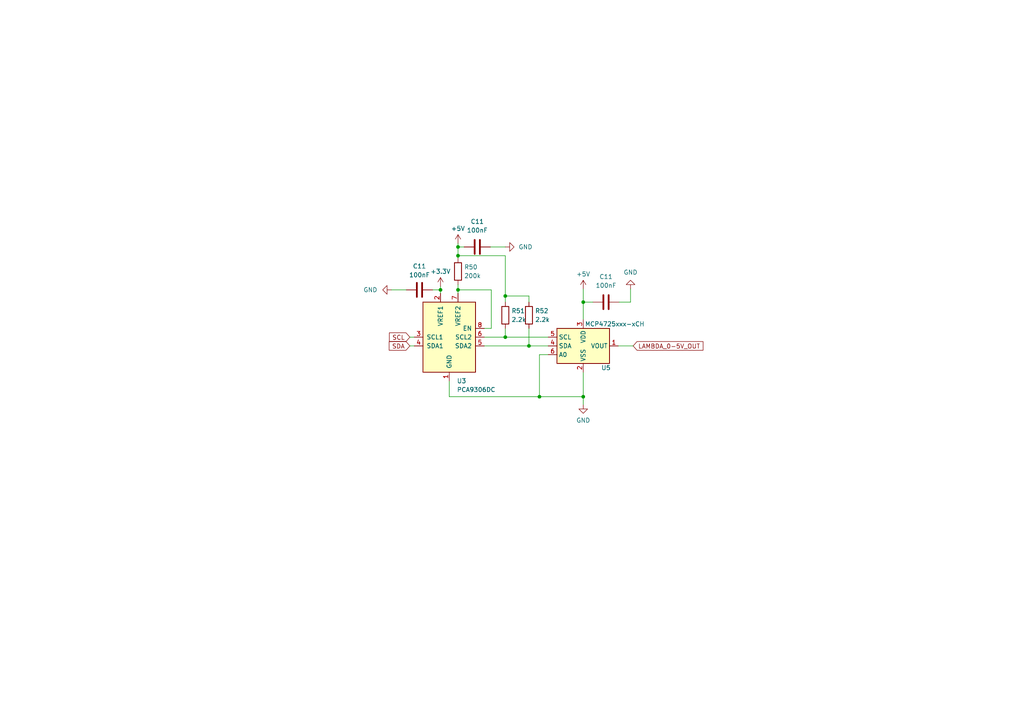
<source format=kicad_sch>
(kicad_sch (version 20230121) (generator eeschema)

  (uuid 3591bab3-a28d-4ea8-964b-5a69bca87f45)

  (paper "A4")

  (title_block
    (title "\"MicroKI\" - Digitale Zusatzanzeigen")
    (date "2023-12-09")
    (rev "P1.1")
    (company "Sascha Werblow aka. LitoWelt")
    (comment 1 "www.github.com/Xilent2010/MicroKI")
    (comment 2 "www.facebook.com/litowelt")
    (comment 3 "www.instagram.com/litowelt")
  )

  (lib_symbols
    (symbol "Analog_DAC:MCP4725xxx-xCH" (in_bom yes) (on_board yes)
      (property "Reference" "U" (at -6.35 6.35 0)
        (effects (font (size 1.27 1.27)))
      )
      (property "Value" "MCP4725xxx-xCH" (at 8.89 6.35 0)
        (effects (font (size 1.27 1.27)))
      )
      (property "Footprint" "Package_TO_SOT_SMD:SOT-23-6" (at 0 -6.35 0)
        (effects (font (size 1.27 1.27)) hide)
      )
      (property "Datasheet" "http://ww1.microchip.com/downloads/en/DeviceDoc/22039d.pdf" (at 0 0 0)
        (effects (font (size 1.27 1.27)) hide)
      )
      (property "ki_keywords" "dac twi" (at 0 0 0)
        (effects (font (size 1.27 1.27)) hide)
      )
      (property "ki_description" "12-bit Digital-to-Analog Converter, integrated EEPROM, I2C interface, SOT-23-6" (at 0 0 0)
        (effects (font (size 1.27 1.27)) hide)
      )
      (property "ki_fp_filters" "SOT?23*" (at 0 0 0)
        (effects (font (size 1.27 1.27)) hide)
      )
      (symbol "MCP4725xxx-xCH_0_1"
        (rectangle (start -7.62 5.08) (end 7.62 -5.08)
          (stroke (width 0.254) (type default))
          (fill (type background))
        )
      )
      (symbol "MCP4725xxx-xCH_1_1"
        (pin output line (at 10.16 0 180) (length 2.54)
          (name "VOUT" (effects (font (size 1.27 1.27))))
          (number "1" (effects (font (size 1.27 1.27))))
        )
        (pin power_in line (at 0 -7.62 90) (length 2.54)
          (name "VSS" (effects (font (size 1.27 1.27))))
          (number "2" (effects (font (size 1.27 1.27))))
        )
        (pin power_in line (at 0 7.62 270) (length 2.54)
          (name "VDD" (effects (font (size 1.27 1.27))))
          (number "3" (effects (font (size 1.27 1.27))))
        )
        (pin bidirectional line (at -10.16 0 0) (length 2.54)
          (name "SDA" (effects (font (size 1.27 1.27))))
          (number "4" (effects (font (size 1.27 1.27))))
        )
        (pin input line (at -10.16 2.54 0) (length 2.54)
          (name "SCL" (effects (font (size 1.27 1.27))))
          (number "5" (effects (font (size 1.27 1.27))))
        )
        (pin input line (at -10.16 -2.54 0) (length 2.54)
          (name "A0" (effects (font (size 1.27 1.27))))
          (number "6" (effects (font (size 1.27 1.27))))
        )
      )
    )
    (symbol "Device:C" (pin_numbers hide) (pin_names (offset 0.254)) (in_bom yes) (on_board yes)
      (property "Reference" "C" (at 0.635 2.54 0)
        (effects (font (size 1.27 1.27)) (justify left))
      )
      (property "Value" "C" (at 0.635 -2.54 0)
        (effects (font (size 1.27 1.27)) (justify left))
      )
      (property "Footprint" "" (at 0.9652 -3.81 0)
        (effects (font (size 1.27 1.27)) hide)
      )
      (property "Datasheet" "~" (at 0 0 0)
        (effects (font (size 1.27 1.27)) hide)
      )
      (property "ki_keywords" "cap capacitor" (at 0 0 0)
        (effects (font (size 1.27 1.27)) hide)
      )
      (property "ki_description" "Unpolarized capacitor" (at 0 0 0)
        (effects (font (size 1.27 1.27)) hide)
      )
      (property "ki_fp_filters" "C_*" (at 0 0 0)
        (effects (font (size 1.27 1.27)) hide)
      )
      (symbol "C_0_1"
        (polyline
          (pts
            (xy -2.032 -0.762)
            (xy 2.032 -0.762)
          )
          (stroke (width 0.508) (type default))
          (fill (type none))
        )
        (polyline
          (pts
            (xy -2.032 0.762)
            (xy 2.032 0.762)
          )
          (stroke (width 0.508) (type default))
          (fill (type none))
        )
      )
      (symbol "C_1_1"
        (pin passive line (at 0 3.81 270) (length 2.794)
          (name "~" (effects (font (size 1.27 1.27))))
          (number "1" (effects (font (size 1.27 1.27))))
        )
        (pin passive line (at 0 -3.81 90) (length 2.794)
          (name "~" (effects (font (size 1.27 1.27))))
          (number "2" (effects (font (size 1.27 1.27))))
        )
      )
    )
    (symbol "Device:R" (pin_numbers hide) (pin_names (offset 0)) (in_bom yes) (on_board yes)
      (property "Reference" "R" (at 2.032 0 90)
        (effects (font (size 1.27 1.27)))
      )
      (property "Value" "R" (at 0 0 90)
        (effects (font (size 1.27 1.27)))
      )
      (property "Footprint" "" (at -1.778 0 90)
        (effects (font (size 1.27 1.27)) hide)
      )
      (property "Datasheet" "~" (at 0 0 0)
        (effects (font (size 1.27 1.27)) hide)
      )
      (property "ki_keywords" "R res resistor" (at 0 0 0)
        (effects (font (size 1.27 1.27)) hide)
      )
      (property "ki_description" "Resistor" (at 0 0 0)
        (effects (font (size 1.27 1.27)) hide)
      )
      (property "ki_fp_filters" "R_*" (at 0 0 0)
        (effects (font (size 1.27 1.27)) hide)
      )
      (symbol "R_0_1"
        (rectangle (start -1.016 -2.54) (end 1.016 2.54)
          (stroke (width 0.254) (type default))
          (fill (type none))
        )
      )
      (symbol "R_1_1"
        (pin passive line (at 0 3.81 270) (length 1.27)
          (name "~" (effects (font (size 1.27 1.27))))
          (number "1" (effects (font (size 1.27 1.27))))
        )
        (pin passive line (at 0 -3.81 90) (length 1.27)
          (name "~" (effects (font (size 1.27 1.27))))
          (number "2" (effects (font (size 1.27 1.27))))
        )
      )
    )
    (symbol "Interface:PCA9306DC" (pin_names (offset 1.016)) (in_bom yes) (on_board yes)
      (property "Reference" "U" (at -7.62 11.43 0)
        (effects (font (size 1.27 1.27)) (justify left))
      )
      (property "Value" "PCA9306DC" (at 3.81 11.43 0)
        (effects (font (size 1.27 1.27)) (justify left))
      )
      (property "Footprint" "Package_SO:VSSOP-8_2.3x2mm_P0.5mm" (at 0 -11.43 0)
        (effects (font (size 1.27 1.27)) hide)
      )
      (property "Datasheet" "https://www.nxp.com/docs/en/data-sheet/PCA9306.pdf" (at -7.62 11.43 0)
        (effects (font (size 1.27 1.27)) hide)
      )
      (property "ki_keywords" "I2C SMBus" (at 0 0 0)
        (effects (font (size 1.27 1.27)) hide)
      )
      (property "ki_description" "Dual bidirectional I2C Bus and SMBus voltage level translator, VSSOP-8, Discontinued" (at 0 0 0)
        (effects (font (size 1.27 1.27)) hide)
      )
      (property "ki_fp_filters" "VSSOP*2.3x2mm*P0.5mm*" (at 0 0 0)
        (effects (font (size 1.27 1.27)) hide)
      )
      (symbol "PCA9306DC_0_1"
        (rectangle (start -7.62 10.16) (end 7.62 -10.16)
          (stroke (width 0.254) (type default))
          (fill (type background))
        )
      )
      (symbol "PCA9306DC_1_1"
        (pin power_in line (at 0 -12.7 90) (length 2.54)
          (name "GND" (effects (font (size 1.27 1.27))))
          (number "1" (effects (font (size 1.27 1.27))))
        )
        (pin power_in line (at -2.54 12.7 270) (length 2.54)
          (name "VREF1" (effects (font (size 1.27 1.27))))
          (number "2" (effects (font (size 1.27 1.27))))
        )
        (pin bidirectional line (at -10.16 0 0) (length 2.54)
          (name "SCL1" (effects (font (size 1.27 1.27))))
          (number "3" (effects (font (size 1.27 1.27))))
        )
        (pin bidirectional line (at -10.16 -2.54 0) (length 2.54)
          (name "SDA1" (effects (font (size 1.27 1.27))))
          (number "4" (effects (font (size 1.27 1.27))))
        )
        (pin bidirectional line (at 10.16 -2.54 180) (length 2.54)
          (name "SDA2" (effects (font (size 1.27 1.27))))
          (number "5" (effects (font (size 1.27 1.27))))
        )
        (pin bidirectional line (at 10.16 0 180) (length 2.54)
          (name "SCL2" (effects (font (size 1.27 1.27))))
          (number "6" (effects (font (size 1.27 1.27))))
        )
        (pin power_in line (at 2.54 12.7 270) (length 2.54)
          (name "VREF2" (effects (font (size 1.27 1.27))))
          (number "7" (effects (font (size 1.27 1.27))))
        )
        (pin input line (at 10.16 2.54 180) (length 2.54)
          (name "EN" (effects (font (size 1.27 1.27))))
          (number "8" (effects (font (size 1.27 1.27))))
        )
      )
    )
    (symbol "power:+3.3V" (power) (pin_names (offset 0)) (in_bom yes) (on_board yes)
      (property "Reference" "#PWR" (at 0 -3.81 0)
        (effects (font (size 1.27 1.27)) hide)
      )
      (property "Value" "+3.3V" (at 0 3.556 0)
        (effects (font (size 1.27 1.27)))
      )
      (property "Footprint" "" (at 0 0 0)
        (effects (font (size 1.27 1.27)) hide)
      )
      (property "Datasheet" "" (at 0 0 0)
        (effects (font (size 1.27 1.27)) hide)
      )
      (property "ki_keywords" "global power" (at 0 0 0)
        (effects (font (size 1.27 1.27)) hide)
      )
      (property "ki_description" "Power symbol creates a global label with name \"+3.3V\"" (at 0 0 0)
        (effects (font (size 1.27 1.27)) hide)
      )
      (symbol "+3.3V_0_1"
        (polyline
          (pts
            (xy -0.762 1.27)
            (xy 0 2.54)
          )
          (stroke (width 0) (type default))
          (fill (type none))
        )
        (polyline
          (pts
            (xy 0 0)
            (xy 0 2.54)
          )
          (stroke (width 0) (type default))
          (fill (type none))
        )
        (polyline
          (pts
            (xy 0 2.54)
            (xy 0.762 1.27)
          )
          (stroke (width 0) (type default))
          (fill (type none))
        )
      )
      (symbol "+3.3V_1_1"
        (pin power_in line (at 0 0 90) (length 0) hide
          (name "+3.3V" (effects (font (size 1.27 1.27))))
          (number "1" (effects (font (size 1.27 1.27))))
        )
      )
    )
    (symbol "power:+5V" (power) (pin_names (offset 0)) (in_bom yes) (on_board yes)
      (property "Reference" "#PWR" (at 0 -3.81 0)
        (effects (font (size 1.27 1.27)) hide)
      )
      (property "Value" "+5V" (at 0 3.556 0)
        (effects (font (size 1.27 1.27)))
      )
      (property "Footprint" "" (at 0 0 0)
        (effects (font (size 1.27 1.27)) hide)
      )
      (property "Datasheet" "" (at 0 0 0)
        (effects (font (size 1.27 1.27)) hide)
      )
      (property "ki_keywords" "global power" (at 0 0 0)
        (effects (font (size 1.27 1.27)) hide)
      )
      (property "ki_description" "Power symbol creates a global label with name \"+5V\"" (at 0 0 0)
        (effects (font (size 1.27 1.27)) hide)
      )
      (symbol "+5V_0_1"
        (polyline
          (pts
            (xy -0.762 1.27)
            (xy 0 2.54)
          )
          (stroke (width 0) (type default))
          (fill (type none))
        )
        (polyline
          (pts
            (xy 0 0)
            (xy 0 2.54)
          )
          (stroke (width 0) (type default))
          (fill (type none))
        )
        (polyline
          (pts
            (xy 0 2.54)
            (xy 0.762 1.27)
          )
          (stroke (width 0) (type default))
          (fill (type none))
        )
      )
      (symbol "+5V_1_1"
        (pin power_in line (at 0 0 90) (length 0) hide
          (name "+5V" (effects (font (size 1.27 1.27))))
          (number "1" (effects (font (size 1.27 1.27))))
        )
      )
    )
    (symbol "power:GND" (power) (pin_names (offset 0)) (in_bom yes) (on_board yes)
      (property "Reference" "#PWR" (at 0 -6.35 0)
        (effects (font (size 1.27 1.27)) hide)
      )
      (property "Value" "GND" (at 0 -3.81 0)
        (effects (font (size 1.27 1.27)))
      )
      (property "Footprint" "" (at 0 0 0)
        (effects (font (size 1.27 1.27)) hide)
      )
      (property "Datasheet" "" (at 0 0 0)
        (effects (font (size 1.27 1.27)) hide)
      )
      (property "ki_keywords" "global power" (at 0 0 0)
        (effects (font (size 1.27 1.27)) hide)
      )
      (property "ki_description" "Power symbol creates a global label with name \"GND\" , ground" (at 0 0 0)
        (effects (font (size 1.27 1.27)) hide)
      )
      (symbol "GND_0_1"
        (polyline
          (pts
            (xy 0 0)
            (xy 0 -1.27)
            (xy 1.27 -1.27)
            (xy 0 -2.54)
            (xy -1.27 -1.27)
            (xy 0 -1.27)
          )
          (stroke (width 0) (type default))
          (fill (type none))
        )
      )
      (symbol "GND_1_1"
        (pin power_in line (at 0 0 270) (length 0) hide
          (name "GND" (effects (font (size 1.27 1.27))))
          (number "1" (effects (font (size 1.27 1.27))))
        )
      )
    )
  )

  (junction (at 132.842 71.628) (diameter 0) (color 0 0 0 0)
    (uuid 2aa00f78-0e10-43d0-a9a1-888ddd7c66b7)
  )
  (junction (at 146.558 85.852) (diameter 0) (color 0 0 0 0)
    (uuid 3f739d82-2036-457f-9f2c-8b37a784dfb4)
  )
  (junction (at 132.842 74.168) (diameter 0) (color 0 0 0 0)
    (uuid 500e34e5-e24d-4ac0-860f-496db706540b)
  )
  (junction (at 132.842 84.074) (diameter 0) (color 0 0 0 0)
    (uuid 61ee1492-bb63-4bb1-815b-c07270cca892)
  )
  (junction (at 127.762 84.074) (diameter 0) (color 0 0 0 0)
    (uuid 85f1d9f5-bd3a-485e-bfdb-5368723af40f)
  )
  (junction (at 156.464 115.062) (diameter 0) (color 0 0 0 0)
    (uuid a0b399ed-ff7e-4991-a0f8-209a8d71eff0)
  )
  (junction (at 169.164 87.63) (diameter 0) (color 0 0 0 0)
    (uuid bc6b46ee-ae25-4492-9040-5a162b9d8ab7)
  )
  (junction (at 169.164 115.062) (diameter 0) (color 0 0 0 0)
    (uuid dffa68a9-cda7-498e-b136-3bc6f245bedd)
  )
  (junction (at 146.558 97.79) (diameter 0) (color 0 0 0 0)
    (uuid f51afcd6-fef4-4636-940c-e3dae32d838f)
  )
  (junction (at 153.416 100.33) (diameter 0) (color 0 0 0 0)
    (uuid ffcfb294-c0e1-4fbb-a9e8-acb8fdadaba7)
  )

  (wire (pts (xy 118.872 100.33) (xy 120.142 100.33))
    (stroke (width 0) (type default))
    (uuid 02cce714-eef5-4324-80bb-6b53e7f8a44a)
  )
  (wire (pts (xy 146.558 97.79) (xy 159.004 97.79))
    (stroke (width 0) (type default))
    (uuid 0940d5a1-a034-4b1c-a684-c763ff89a734)
  )
  (wire (pts (xy 132.842 74.168) (xy 132.842 74.93))
    (stroke (width 0) (type default))
    (uuid 0de72304-d31e-465d-8c5a-f0d53e3e6d55)
  )
  (wire (pts (xy 179.578 87.63) (xy 182.88 87.63))
    (stroke (width 0) (type default))
    (uuid 1e2fe1aa-20bf-438d-afe3-d922abe79233)
  )
  (wire (pts (xy 142.494 95.25) (xy 140.462 95.25))
    (stroke (width 0) (type default))
    (uuid 4d8a524f-bde0-4488-abaf-780c5cea84d9)
  )
  (wire (pts (xy 146.558 74.168) (xy 132.842 74.168))
    (stroke (width 0) (type default))
    (uuid 4ea1f61d-db63-4bee-af63-5b101ccbce1c)
  )
  (wire (pts (xy 153.416 85.852) (xy 146.558 85.852))
    (stroke (width 0) (type default))
    (uuid 55b8e160-1903-49d3-a76a-078873a83705)
  )
  (wire (pts (xy 159.004 102.87) (xy 156.464 102.87))
    (stroke (width 0) (type default))
    (uuid 56ab0203-11e9-4105-8eea-735f638ed620)
  )
  (wire (pts (xy 132.842 84.074) (xy 132.842 85.09))
    (stroke (width 0) (type default))
    (uuid 57a32071-d6e8-49af-a4bc-c93cd01bfd5b)
  )
  (wire (pts (xy 169.164 115.062) (xy 169.164 117.348))
    (stroke (width 0) (type default))
    (uuid 58c7f54d-b47d-4d05-bbad-95e203a3c6eb)
  )
  (wire (pts (xy 132.842 71.628) (xy 132.842 74.168))
    (stroke (width 0) (type default))
    (uuid 59a0babe-ca54-4516-83b9-93f6848bb630)
  )
  (wire (pts (xy 117.856 84.074) (xy 113.538 84.074))
    (stroke (width 0) (type default))
    (uuid 5c204b89-04a2-46b1-b705-4af7a853adad)
  )
  (wire (pts (xy 156.464 102.87) (xy 156.464 115.062))
    (stroke (width 0) (type default))
    (uuid 5d54fb4b-b4a7-4fdd-878e-d8aebba22fb1)
  )
  (wire (pts (xy 132.842 70.612) (xy 132.842 71.628))
    (stroke (width 0) (type default))
    (uuid 63941d8b-eee0-4bfe-b6b0-83e167754065)
  )
  (wire (pts (xy 156.464 115.062) (xy 169.164 115.062))
    (stroke (width 0) (type default))
    (uuid 66af49ab-3692-4410-bba3-7a38cc3edda5)
  )
  (wire (pts (xy 130.302 110.49) (xy 130.302 115.062))
    (stroke (width 0) (type default))
    (uuid 685f2d7e-9ebf-4b0e-91d4-41a21797d414)
  )
  (wire (pts (xy 125.476 84.074) (xy 127.762 84.074))
    (stroke (width 0) (type default))
    (uuid 7a0ca61c-2fbc-45ac-9a76-5513b31d1e30)
  )
  (wire (pts (xy 130.302 115.062) (xy 156.464 115.062))
    (stroke (width 0) (type default))
    (uuid 7f4481af-49d7-4708-8844-8804ac8d4cff)
  )
  (wire (pts (xy 146.558 85.852) (xy 146.558 74.168))
    (stroke (width 0) (type default))
    (uuid 8717d54e-9adf-4e27-a6eb-7875c417dbdf)
  )
  (wire (pts (xy 140.462 97.79) (xy 146.558 97.79))
    (stroke (width 0) (type default))
    (uuid 883bd822-d855-46fb-823c-c092c9a79524)
  )
  (wire (pts (xy 142.24 71.628) (xy 146.558 71.628))
    (stroke (width 0) (type default))
    (uuid 9412a04c-e5f2-4230-8d37-f2bd4a42545b)
  )
  (wire (pts (xy 153.416 100.33) (xy 159.004 100.33))
    (stroke (width 0) (type default))
    (uuid 975e3953-a87b-46b4-ae9c-bb5d80e2a127)
  )
  (wire (pts (xy 146.558 95.25) (xy 146.558 97.79))
    (stroke (width 0) (type default))
    (uuid 988b8e25-8ee3-4269-b9e7-11ce7c151851)
  )
  (wire (pts (xy 140.462 100.33) (xy 153.416 100.33))
    (stroke (width 0) (type default))
    (uuid 9d89dd13-8c75-41bb-b622-1993fb261616)
  )
  (wire (pts (xy 169.164 107.95) (xy 169.164 115.062))
    (stroke (width 0) (type default))
    (uuid a0c2a435-8a4a-4eb4-8383-a9a47c75dd07)
  )
  (wire (pts (xy 153.416 95.25) (xy 153.416 100.33))
    (stroke (width 0) (type default))
    (uuid a4a277d1-8752-43e8-b158-e4da9630c134)
  )
  (wire (pts (xy 132.842 84.074) (xy 142.494 84.074))
    (stroke (width 0) (type default))
    (uuid b3bad0ff-a3c4-4256-9dc7-7a63da517a93)
  )
  (wire (pts (xy 171.958 87.63) (xy 169.164 87.63))
    (stroke (width 0) (type default))
    (uuid b81e2ad9-5a9b-4a96-8b4b-cf2409e23f13)
  )
  (wire (pts (xy 169.164 83.82) (xy 169.164 87.63))
    (stroke (width 0) (type default))
    (uuid c05588a2-f836-4058-a4a1-e12c44d5dd75)
  )
  (wire (pts (xy 153.416 87.63) (xy 153.416 85.852))
    (stroke (width 0) (type default))
    (uuid ccfc878e-c85d-4954-b871-ab461e4c232a)
  )
  (wire (pts (xy 132.842 71.628) (xy 134.62 71.628))
    (stroke (width 0) (type default))
    (uuid e4c410ff-0af5-43b3-887f-09480ca9d088)
  )
  (wire (pts (xy 127.762 84.074) (xy 127.762 85.09))
    (stroke (width 0) (type default))
    (uuid e94f6bcc-000e-40ed-b4ec-34cd7ec61b8b)
  )
  (wire (pts (xy 146.558 85.852) (xy 146.558 87.63))
    (stroke (width 0) (type default))
    (uuid e9ab4216-5135-400f-a077-6a3fee372a40)
  )
  (wire (pts (xy 118.872 97.79) (xy 120.142 97.79))
    (stroke (width 0) (type default))
    (uuid ea887319-d629-4db3-a5f1-7dc2dd21c95d)
  )
  (wire (pts (xy 132.842 82.55) (xy 132.842 84.074))
    (stroke (width 0) (type default))
    (uuid eb932019-e800-4d50-a95e-df56d2f788d5)
  )
  (wire (pts (xy 127.762 83.058) (xy 127.762 84.074))
    (stroke (width 0) (type default))
    (uuid efec771a-a881-4f67-b0f9-1ee1f41e6047)
  )
  (wire (pts (xy 179.324 100.33) (xy 183.642 100.33))
    (stroke (width 0) (type default))
    (uuid f528ef7a-dcc0-47c3-a5f2-47eddf19a150)
  )
  (wire (pts (xy 142.494 84.074) (xy 142.494 95.25))
    (stroke (width 0) (type default))
    (uuid f7d45214-a7f2-4981-8c80-1d80a34319e7)
  )
  (wire (pts (xy 169.164 87.63) (xy 169.164 92.71))
    (stroke (width 0) (type default))
    (uuid f85d165f-1bed-407f-9cbd-52240a51aae8)
  )
  (wire (pts (xy 182.88 83.82) (xy 182.88 87.63))
    (stroke (width 0) (type default))
    (uuid f9a8a1de-1f74-4855-baf1-4bc7ce6ed8f7)
  )

  (global_label "SDA" (shape input) (at 118.872 100.33 180) (fields_autoplaced)
    (effects (font (size 1.27 1.27)) (justify right))
    (uuid 235cc323-fecf-4d29-97de-5386081780ec)
    (property "Intersheetrefs" "${INTERSHEET_REFS}" (at 112.3187 100.33 0)
      (effects (font (size 1.27 1.27)) (justify right) hide)
    )
  )
  (global_label "LAMBDA_0-5V_OUT" (shape input) (at 183.642 100.33 0) (fields_autoplaced)
    (effects (font (size 1.27 1.27)) (justify left))
    (uuid 689837cd-ac1e-4ab0-b06f-ea4bff8e0376)
    (property "Intersheetrefs" "${INTERSHEET_REFS}" (at 204.4677 100.33 0)
      (effects (font (size 1.27 1.27)) (justify left) hide)
    )
  )
  (global_label "SCL" (shape input) (at 118.872 97.79 180) (fields_autoplaced)
    (effects (font (size 1.27 1.27)) (justify right))
    (uuid bd913df6-835b-4514-ad8a-40b8070acddb)
    (property "Intersheetrefs" "${INTERSHEET_REFS}" (at 112.3792 97.79 0)
      (effects (font (size 1.27 1.27)) (justify right) hide)
    )
  )

  (symbol (lib_id "Analog_DAC:MCP4725xxx-xCH") (at 169.164 100.33 0) (unit 1)
    (in_bom yes) (on_board yes) (dnp no)
    (uuid 0058ff80-d1a4-41be-983e-24a04a03a29d)
    (property "Reference" "U5" (at 175.768 106.68 0)
      (effects (font (size 1.27 1.27)))
    )
    (property "Value" "MCP4725xxx-xCH" (at 178.308 93.98 0)
      (effects (font (size 1.27 1.27)))
    )
    (property "Footprint" "Package_TO_SOT_SMD:SOT-23-6" (at 169.164 106.68 0)
      (effects (font (size 1.27 1.27)) hide)
    )
    (property "Datasheet" "http://ww1.microchip.com/downloads/en/DeviceDoc/22039d.pdf" (at 169.164 100.33 0)
      (effects (font (size 1.27 1.27)) hide)
    )
    (pin "1" (uuid 93c74216-879a-4ec6-bf91-835510c2a794))
    (pin "2" (uuid 02638558-c4ed-4c15-abc0-ad25043eb96f))
    (pin "3" (uuid 6f2598ff-d46d-4636-bcca-6a24514e2d54))
    (pin "4" (uuid ed116d88-d0b2-43f2-8d4d-fa4122ffcd8b))
    (pin "5" (uuid e845e259-e552-44f3-8bae-4897457a6521))
    (pin "6" (uuid a4bd328f-c35c-4ba4-a04c-2a3aab10266d))
    (instances
      (project "MicroKI"
        (path "/b52cb6cc-e548-4f7b-a39a-793f2389ec7d/721332b3-5f70-4f07-9cfe-26be81ad5f6f"
          (reference "U5") (unit 1)
        )
      )
    )
  )

  (symbol (lib_id "Device:R") (at 153.416 91.44 0) (unit 1)
    (in_bom yes) (on_board yes) (dnp no) (fields_autoplaced)
    (uuid 15946ba6-fbf5-445d-b852-562a9daebf9f)
    (property "Reference" "R52" (at 155.194 90.17 0)
      (effects (font (size 1.27 1.27)) (justify left))
    )
    (property "Value" "2.2k" (at 155.194 92.71 0)
      (effects (font (size 1.27 1.27)) (justify left))
    )
    (property "Footprint" "Resistor_SMD:R_0805_2012Metric" (at 151.638 91.44 90)
      (effects (font (size 1.27 1.27)) hide)
    )
    (property "Datasheet" "~" (at 153.416 91.44 0)
      (effects (font (size 1.27 1.27)) hide)
    )
    (pin "1" (uuid d0539ceb-5f8a-415b-adb2-4161febe0acc))
    (pin "2" (uuid 30178b10-6316-4524-a52d-ce6d1ac75308))
    (instances
      (project "MicroKI"
        (path "/b52cb6cc-e548-4f7b-a39a-793f2389ec7d/721332b3-5f70-4f07-9cfe-26be81ad5f6f"
          (reference "R52") (unit 1)
        )
      )
    )
  )

  (symbol (lib_id "power:+3.3V") (at 127.762 83.058 0) (unit 1)
    (in_bom yes) (on_board yes) (dnp no) (fields_autoplaced)
    (uuid 1f19633a-95dc-460b-aeb9-fac6a50a345b)
    (property "Reference" "#PWR045" (at 127.762 86.868 0)
      (effects (font (size 1.27 1.27)) hide)
    )
    (property "Value" "+3.3V" (at 127.762 78.74 0)
      (effects (font (size 1.27 1.27)))
    )
    (property "Footprint" "" (at 127.762 83.058 0)
      (effects (font (size 1.27 1.27)) hide)
    )
    (property "Datasheet" "" (at 127.762 83.058 0)
      (effects (font (size 1.27 1.27)) hide)
    )
    (pin "1" (uuid 08bad626-c5ff-47c0-9c3c-67c66fd51d9f))
    (instances
      (project "MicroKI"
        (path "/b52cb6cc-e548-4f7b-a39a-793f2389ec7d/721332b3-5f70-4f07-9cfe-26be81ad5f6f"
          (reference "#PWR045") (unit 1)
        )
      )
    )
  )

  (symbol (lib_id "power:+5V") (at 132.842 70.612 0) (unit 1)
    (in_bom yes) (on_board yes) (dnp no) (fields_autoplaced)
    (uuid 2865752f-ec2c-475e-8fbb-06068996840d)
    (property "Reference" "#PWR046" (at 132.842 74.422 0)
      (effects (font (size 1.27 1.27)) hide)
    )
    (property "Value" "+5V" (at 132.842 66.294 0)
      (effects (font (size 1.27 1.27)))
    )
    (property "Footprint" "" (at 132.842 70.612 0)
      (effects (font (size 1.27 1.27)) hide)
    )
    (property "Datasheet" "" (at 132.842 70.612 0)
      (effects (font (size 1.27 1.27)) hide)
    )
    (pin "1" (uuid 26faace6-b656-42ca-a714-b88fb1d43bcd))
    (instances
      (project "MicroKI"
        (path "/b52cb6cc-e548-4f7b-a39a-793f2389ec7d/721332b3-5f70-4f07-9cfe-26be81ad5f6f"
          (reference "#PWR046") (unit 1)
        )
      )
    )
  )

  (symbol (lib_id "Device:C") (at 175.768 87.63 90) (unit 1)
    (in_bom yes) (on_board yes) (dnp no) (fields_autoplaced)
    (uuid 2bd69291-7b4d-481e-bf19-95f9880e8d03)
    (property "Reference" "C11" (at 175.768 80.264 90)
      (effects (font (size 1.27 1.27)))
    )
    (property "Value" "100nF" (at 175.768 82.804 90)
      (effects (font (size 1.27 1.27)))
    )
    (property "Footprint" "Capacitor_SMD:C_0805_2012Metric" (at 179.578 86.6648 0)
      (effects (font (size 1.27 1.27)) hide)
    )
    (property "Datasheet" "~" (at 175.768 87.63 0)
      (effects (font (size 1.27 1.27)) hide)
    )
    (property "Manufacturer_Name" "KEMET" (at 175.768 87.63 0)
      (effects (font (size 1.27 1.27)) hide)
    )
    (property "Manufacturer_Part_Number" "C0805C104M5RAC7025" (at 175.768 87.63 0)
      (effects (font (size 1.27 1.27)) hide)
    )
    (property "Mouser Part Number" "80-C0805C104M5RACTM" (at 175.768 87.63 0)
      (effects (font (size 1.27 1.27)) hide)
    )
    (pin "1" (uuid 0b76af4d-79c7-462e-b0e5-962f9a77d900))
    (pin "2" (uuid 1fb8de69-41fb-4068-a218-fb54a8b37896))
    (instances
      (project "MicroKI"
        (path "/b52cb6cc-e548-4f7b-a39a-793f2389ec7d"
          (reference "C11") (unit 1)
        )
        (path "/b52cb6cc-e548-4f7b-a39a-793f2389ec7d/03c71e73-8986-4a16-b1e4-dd9d791fad49"
          (reference "C2") (unit 1)
        )
        (path "/b52cb6cc-e548-4f7b-a39a-793f2389ec7d/721332b3-5f70-4f07-9cfe-26be81ad5f6f"
          (reference "C29") (unit 1)
        )
      )
    )
  )

  (symbol (lib_id "power:GND") (at 146.558 71.628 90) (unit 1)
    (in_bom yes) (on_board yes) (dnp no) (fields_autoplaced)
    (uuid 36a64cae-61c4-4bb9-90d4-7bb154171f4d)
    (property "Reference" "#PWR047" (at 152.908 71.628 0)
      (effects (font (size 1.27 1.27)) hide)
    )
    (property "Value" "GND" (at 150.368 71.628 90)
      (effects (font (size 1.27 1.27)) (justify right))
    )
    (property "Footprint" "" (at 146.558 71.628 0)
      (effects (font (size 1.27 1.27)) hide)
    )
    (property "Datasheet" "" (at 146.558 71.628 0)
      (effects (font (size 1.27 1.27)) hide)
    )
    (pin "1" (uuid 3bd1cdd4-c73a-4de5-b4e1-9e5771e61525))
    (instances
      (project "MicroKI"
        (path "/b52cb6cc-e548-4f7b-a39a-793f2389ec7d/721332b3-5f70-4f07-9cfe-26be81ad5f6f"
          (reference "#PWR047") (unit 1)
        )
      )
    )
  )

  (symbol (lib_id "Device:C") (at 121.666 84.074 270) (unit 1)
    (in_bom yes) (on_board yes) (dnp no) (fields_autoplaced)
    (uuid 49a7bbfd-8d53-43c9-8b6d-852002cfc9c1)
    (property "Reference" "C11" (at 121.666 77.216 90)
      (effects (font (size 1.27 1.27)))
    )
    (property "Value" "100nF" (at 121.666 79.756 90)
      (effects (font (size 1.27 1.27)))
    )
    (property "Footprint" "Capacitor_SMD:C_0805_2012Metric" (at 117.856 85.0392 0)
      (effects (font (size 1.27 1.27)) hide)
    )
    (property "Datasheet" "~" (at 121.666 84.074 0)
      (effects (font (size 1.27 1.27)) hide)
    )
    (property "Manufacturer_Name" "KEMET" (at 121.666 84.074 0)
      (effects (font (size 1.27 1.27)) hide)
    )
    (property "Manufacturer_Part_Number" "C0805C104M5RAC7025" (at 121.666 84.074 0)
      (effects (font (size 1.27 1.27)) hide)
    )
    (property "Mouser Part Number" "80-C0805C104M5RACTM" (at 121.666 84.074 0)
      (effects (font (size 1.27 1.27)) hide)
    )
    (pin "1" (uuid db983d27-f0bc-4677-8a1d-fd0ba319a229))
    (pin "2" (uuid 0f83a906-6744-4ca7-b0aa-cf546cbe8ab7))
    (instances
      (project "MicroKI"
        (path "/b52cb6cc-e548-4f7b-a39a-793f2389ec7d"
          (reference "C11") (unit 1)
        )
        (path "/b52cb6cc-e548-4f7b-a39a-793f2389ec7d/03c71e73-8986-4a16-b1e4-dd9d791fad49"
          (reference "C2") (unit 1)
        )
        (path "/b52cb6cc-e548-4f7b-a39a-793f2389ec7d/721332b3-5f70-4f07-9cfe-26be81ad5f6f"
          (reference "C27") (unit 1)
        )
      )
    )
  )

  (symbol (lib_id "power:GND") (at 113.538 84.074 270) (unit 1)
    (in_bom yes) (on_board yes) (dnp no) (fields_autoplaced)
    (uuid 550a4e74-ed3c-4df7-acf2-3cb52d004aeb)
    (property "Reference" "#PWR044" (at 107.188 84.074 0)
      (effects (font (size 1.27 1.27)) hide)
    )
    (property "Value" "GND" (at 109.474 84.074 90)
      (effects (font (size 1.27 1.27)) (justify right))
    )
    (property "Footprint" "" (at 113.538 84.074 0)
      (effects (font (size 1.27 1.27)) hide)
    )
    (property "Datasheet" "" (at 113.538 84.074 0)
      (effects (font (size 1.27 1.27)) hide)
    )
    (pin "1" (uuid 6c0c1436-965f-4aa7-918e-bf87abfd86d9))
    (instances
      (project "MicroKI"
        (path "/b52cb6cc-e548-4f7b-a39a-793f2389ec7d/721332b3-5f70-4f07-9cfe-26be81ad5f6f"
          (reference "#PWR044") (unit 1)
        )
      )
    )
  )

  (symbol (lib_id "Device:R") (at 146.558 91.44 0) (unit 1)
    (in_bom yes) (on_board yes) (dnp no) (fields_autoplaced)
    (uuid 61e8d67d-4049-424e-be8b-686733d73a56)
    (property "Reference" "R51" (at 148.336 90.17 0)
      (effects (font (size 1.27 1.27)) (justify left))
    )
    (property "Value" "2.2k" (at 148.336 92.71 0)
      (effects (font (size 1.27 1.27)) (justify left))
    )
    (property "Footprint" "Resistor_SMD:R_0805_2012Metric" (at 144.78 91.44 90)
      (effects (font (size 1.27 1.27)) hide)
    )
    (property "Datasheet" "~" (at 146.558 91.44 0)
      (effects (font (size 1.27 1.27)) hide)
    )
    (pin "1" (uuid c1e3bb2f-97e2-4bfa-8b8e-07b83a46b1d3))
    (pin "2" (uuid afababa0-d8ee-4a0d-8979-5627f0e1ef32))
    (instances
      (project "MicroKI"
        (path "/b52cb6cc-e548-4f7b-a39a-793f2389ec7d/721332b3-5f70-4f07-9cfe-26be81ad5f6f"
          (reference "R51") (unit 1)
        )
      )
    )
  )

  (symbol (lib_id "power:GND") (at 182.88 83.82 180) (unit 1)
    (in_bom yes) (on_board yes) (dnp no) (fields_autoplaced)
    (uuid 9bbf476a-a65b-4036-b688-089554e42dde)
    (property "Reference" "#PWR050" (at 182.88 77.47 0)
      (effects (font (size 1.27 1.27)) hide)
    )
    (property "Value" "GND" (at 182.88 78.994 0)
      (effects (font (size 1.27 1.27)))
    )
    (property "Footprint" "" (at 182.88 83.82 0)
      (effects (font (size 1.27 1.27)) hide)
    )
    (property "Datasheet" "" (at 182.88 83.82 0)
      (effects (font (size 1.27 1.27)) hide)
    )
    (pin "1" (uuid d808142d-2af1-47db-aa42-08d0b2e193bc))
    (instances
      (project "MicroKI"
        (path "/b52cb6cc-e548-4f7b-a39a-793f2389ec7d/721332b3-5f70-4f07-9cfe-26be81ad5f6f"
          (reference "#PWR050") (unit 1)
        )
      )
    )
  )

  (symbol (lib_id "Interface:PCA9306DC") (at 130.302 97.79 0) (unit 1)
    (in_bom yes) (on_board yes) (dnp no) (fields_autoplaced)
    (uuid adfc5456-6892-4a8d-b0be-b20952dc87de)
    (property "Reference" "U3" (at 132.4961 110.49 0)
      (effects (font (size 1.27 1.27)) (justify left))
    )
    (property "Value" "PCA9306DC" (at 132.4961 113.03 0)
      (effects (font (size 1.27 1.27)) (justify left))
    )
    (property "Footprint" "Package_SO:VSSOP-8_2.3x2mm_P0.5mm" (at 130.302 109.22 0)
      (effects (font (size 1.27 1.27)) hide)
    )
    (property "Datasheet" "https://www.nxp.com/docs/en/data-sheet/PCA9306.pdf" (at 122.682 86.36 0)
      (effects (font (size 1.27 1.27)) hide)
    )
    (pin "1" (uuid 98d39533-35b1-4e29-acb7-eb00514f9cf3))
    (pin "2" (uuid 6a38f7ec-d87a-4250-a604-2b1782b392d4))
    (pin "3" (uuid c8c1bd66-c1ce-4e13-a14a-0013811218a2))
    (pin "4" (uuid 2a644249-5849-4ae8-bc2a-29a5373f5acc))
    (pin "5" (uuid 16c2e0bc-53f3-4f80-ada9-027035694525))
    (pin "6" (uuid 85455cb9-7091-40b8-8556-83e8a4148068))
    (pin "7" (uuid 11bcb27f-3c19-4081-a12c-44d86a1299f7))
    (pin "8" (uuid 3829b4a6-9fba-4ade-bcef-9555ccdb2a07))
    (instances
      (project "MicroKI"
        (path "/b52cb6cc-e548-4f7b-a39a-793f2389ec7d"
          (reference "U3") (unit 1)
        )
        (path "/b52cb6cc-e548-4f7b-a39a-793f2389ec7d/721332b3-5f70-4f07-9cfe-26be81ad5f6f"
          (reference "U4") (unit 1)
        )
      )
    )
  )

  (symbol (lib_id "power:+5V") (at 169.164 83.82 0) (unit 1)
    (in_bom yes) (on_board yes) (dnp no) (fields_autoplaced)
    (uuid b62521f2-7766-49c6-825c-c4090ab2c28e)
    (property "Reference" "#PWR048" (at 169.164 87.63 0)
      (effects (font (size 1.27 1.27)) hide)
    )
    (property "Value" "+5V" (at 169.164 79.502 0)
      (effects (font (size 1.27 1.27)))
    )
    (property "Footprint" "" (at 169.164 83.82 0)
      (effects (font (size 1.27 1.27)) hide)
    )
    (property "Datasheet" "" (at 169.164 83.82 0)
      (effects (font (size 1.27 1.27)) hide)
    )
    (pin "1" (uuid 4a410330-10ac-498b-89c0-55d76220d763))
    (instances
      (project "MicroKI"
        (path "/b52cb6cc-e548-4f7b-a39a-793f2389ec7d/721332b3-5f70-4f07-9cfe-26be81ad5f6f"
          (reference "#PWR048") (unit 1)
        )
      )
    )
  )

  (symbol (lib_id "Device:R") (at 132.842 78.74 0) (unit 1)
    (in_bom yes) (on_board yes) (dnp no) (fields_autoplaced)
    (uuid bb937320-b643-45a2-ba9d-6560345999b9)
    (property "Reference" "R50" (at 134.62 77.47 0)
      (effects (font (size 1.27 1.27)) (justify left))
    )
    (property "Value" "200k" (at 134.62 80.01 0)
      (effects (font (size 1.27 1.27)) (justify left))
    )
    (property "Footprint" "Resistor_SMD:R_0805_2012Metric" (at 131.064 78.74 90)
      (effects (font (size 1.27 1.27)) hide)
    )
    (property "Datasheet" "~" (at 132.842 78.74 0)
      (effects (font (size 1.27 1.27)) hide)
    )
    (pin "1" (uuid 26967141-b0a3-4ff4-bede-75eb26a5fa8b))
    (pin "2" (uuid 43caebc2-146d-4c7b-853e-696c925a5d8a))
    (instances
      (project "MicroKI"
        (path "/b52cb6cc-e548-4f7b-a39a-793f2389ec7d/721332b3-5f70-4f07-9cfe-26be81ad5f6f"
          (reference "R50") (unit 1)
        )
      )
    )
  )

  (symbol (lib_id "Device:C") (at 138.43 71.628 90) (unit 1)
    (in_bom yes) (on_board yes) (dnp no) (fields_autoplaced)
    (uuid e2cb8e6b-0404-40f8-9ccf-87dd21437024)
    (property "Reference" "C11" (at 138.43 64.262 90)
      (effects (font (size 1.27 1.27)))
    )
    (property "Value" "100nF" (at 138.43 66.802 90)
      (effects (font (size 1.27 1.27)))
    )
    (property "Footprint" "Capacitor_SMD:C_0805_2012Metric" (at 142.24 70.6628 0)
      (effects (font (size 1.27 1.27)) hide)
    )
    (property "Datasheet" "~" (at 138.43 71.628 0)
      (effects (font (size 1.27 1.27)) hide)
    )
    (property "Manufacturer_Name" "KEMET" (at 138.43 71.628 0)
      (effects (font (size 1.27 1.27)) hide)
    )
    (property "Manufacturer_Part_Number" "C0805C104M5RAC7025" (at 138.43 71.628 0)
      (effects (font (size 1.27 1.27)) hide)
    )
    (property "Mouser Part Number" "80-C0805C104M5RACTM" (at 138.43 71.628 0)
      (effects (font (size 1.27 1.27)) hide)
    )
    (pin "1" (uuid a524f4c0-cfa1-42f6-853f-2dbf40711304))
    (pin "2" (uuid a45758da-3596-464a-9a72-629d1a3f2cdd))
    (instances
      (project "MicroKI"
        (path "/b52cb6cc-e548-4f7b-a39a-793f2389ec7d"
          (reference "C11") (unit 1)
        )
        (path "/b52cb6cc-e548-4f7b-a39a-793f2389ec7d/03c71e73-8986-4a16-b1e4-dd9d791fad49"
          (reference "C2") (unit 1)
        )
        (path "/b52cb6cc-e548-4f7b-a39a-793f2389ec7d/721332b3-5f70-4f07-9cfe-26be81ad5f6f"
          (reference "C28") (unit 1)
        )
      )
    )
  )

  (symbol (lib_id "power:GND") (at 169.164 117.348 0) (unit 1)
    (in_bom yes) (on_board yes) (dnp no) (fields_autoplaced)
    (uuid fec3d396-c5fc-46b3-85b7-3eb60e8c438d)
    (property "Reference" "#PWR049" (at 169.164 123.698 0)
      (effects (font (size 1.27 1.27)) hide)
    )
    (property "Value" "GND" (at 169.164 121.92 0)
      (effects (font (size 1.27 1.27)))
    )
    (property "Footprint" "" (at 169.164 117.348 0)
      (effects (font (size 1.27 1.27)) hide)
    )
    (property "Datasheet" "" (at 169.164 117.348 0)
      (effects (font (size 1.27 1.27)) hide)
    )
    (pin "1" (uuid ee8fe938-addf-4e92-be51-3320e9823fb3))
    (instances
      (project "MicroKI"
        (path "/b52cb6cc-e548-4f7b-a39a-793f2389ec7d/721332b3-5f70-4f07-9cfe-26be81ad5f6f"
          (reference "#PWR049") (unit 1)
        )
      )
    )
  )
)

</source>
